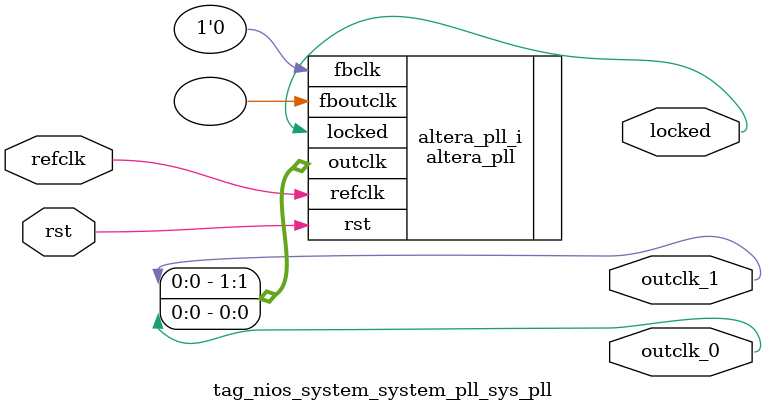
<source format=v>
`timescale 1ns/10ps
module  tag_nios_system_system_pll_sys_pll(

	// interface 'refclk'
	input wire refclk,

	// interface 'reset'
	input wire rst,

	// interface 'outclk0'
	output wire outclk_0,

	// interface 'outclk1'
	output wire outclk_1,

	// interface 'locked'
	output wire locked
);

	altera_pll #(
		.fractional_vco_multiplier("false"),
		.reference_clock_frequency("50.0 MHz"),
		.operation_mode("direct"),
		.number_of_clocks(2),
		.output_clock_frequency0("50.000000 MHz"),
		.phase_shift0("0 ps"),
		.duty_cycle0(50),
		.output_clock_frequency1("50.000000 MHz"),
		.phase_shift1("-3000 ps"),
		.duty_cycle1(50),
		.output_clock_frequency2("0 MHz"),
		.phase_shift2("0 ps"),
		.duty_cycle2(50),
		.output_clock_frequency3("0 MHz"),
		.phase_shift3("0 ps"),
		.duty_cycle3(50),
		.output_clock_frequency4("0 MHz"),
		.phase_shift4("0 ps"),
		.duty_cycle4(50),
		.output_clock_frequency5("0 MHz"),
		.phase_shift5("0 ps"),
		.duty_cycle5(50),
		.output_clock_frequency6("0 MHz"),
		.phase_shift6("0 ps"),
		.duty_cycle6(50),
		.output_clock_frequency7("0 MHz"),
		.phase_shift7("0 ps"),
		.duty_cycle7(50),
		.output_clock_frequency8("0 MHz"),
		.phase_shift8("0 ps"),
		.duty_cycle8(50),
		.output_clock_frequency9("0 MHz"),
		.phase_shift9("0 ps"),
		.duty_cycle9(50),
		.output_clock_frequency10("0 MHz"),
		.phase_shift10("0 ps"),
		.duty_cycle10(50),
		.output_clock_frequency11("0 MHz"),
		.phase_shift11("0 ps"),
		.duty_cycle11(50),
		.output_clock_frequency12("0 MHz"),
		.phase_shift12("0 ps"),
		.duty_cycle12(50),
		.output_clock_frequency13("0 MHz"),
		.phase_shift13("0 ps"),
		.duty_cycle13(50),
		.output_clock_frequency14("0 MHz"),
		.phase_shift14("0 ps"),
		.duty_cycle14(50),
		.output_clock_frequency15("0 MHz"),
		.phase_shift15("0 ps"),
		.duty_cycle15(50),
		.output_clock_frequency16("0 MHz"),
		.phase_shift16("0 ps"),
		.duty_cycle16(50),
		.output_clock_frequency17("0 MHz"),
		.phase_shift17("0 ps"),
		.duty_cycle17(50),
		.pll_type("General"),
		.pll_subtype("General")
	) altera_pll_i (
		.rst	(rst),
		.outclk	({outclk_1, outclk_0}),
		.locked	(locked),
		.fboutclk	( ),
		.fbclk	(1'b0),
		.refclk	(refclk)
	);
endmodule


</source>
